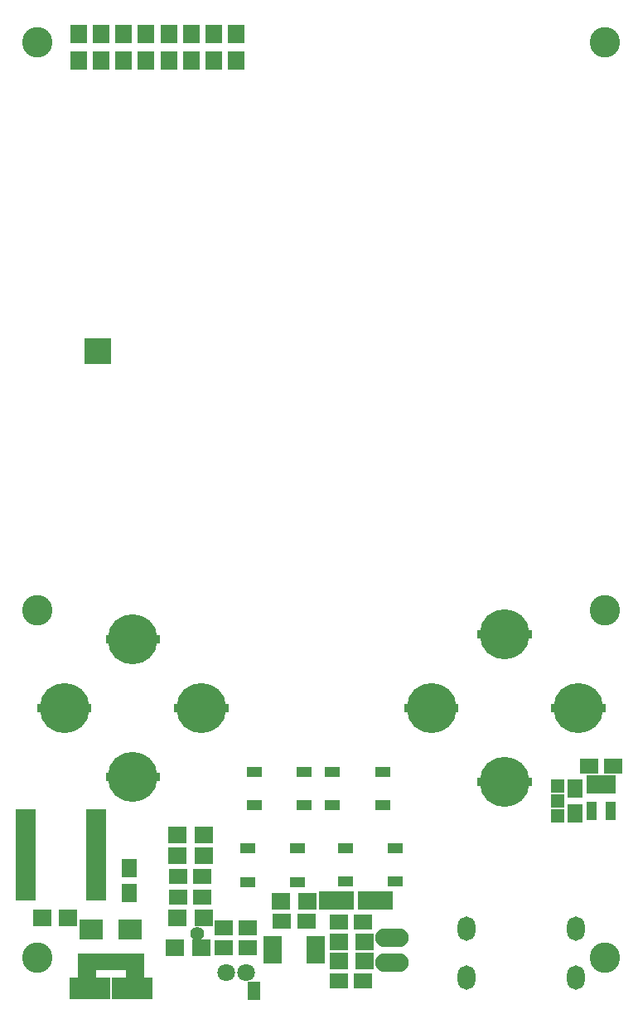
<source format=gbr>
G04 #@! TF.FileFunction,Soldermask,Top*
%FSLAX46Y46*%
G04 Gerber Fmt 4.6, Leading zero omitted, Abs format (unit mm)*
G04 Created by KiCad (PCBNEW 4.0.5) date 03/19/17 00:11:40*
%MOMM*%
%LPD*%
G01*
G04 APERTURE LIST*
%ADD10C,0.100000*%
%ADD11C,3.100000*%
%ADD12C,1.800000*%
%ADD13O,1.800000X2.500000*%
%ADD14C,1.400000*%
%ADD15R,1.900000X1.650000*%
%ADD16R,1.850000X0.850000*%
%ADD17R,1.575000X1.575000*%
%ADD18R,1.600000X1.100000*%
%ADD19R,1.573480X2.297380*%
%ADD20R,2.774900X2.297380*%
%ADD21R,1.873200X2.500580*%
%ADD22R,0.849580X1.779220*%
%ADD23O,3.414980X1.906220*%
%ADD24R,1.900000X1.700000*%
%ADD25R,1.700000X1.900000*%
%ADD26R,3.600000X1.900000*%
%ADD27R,1.650000X1.900000*%
%ADD28R,2.150000X0.850000*%
%ADD29R,2.400000X2.000000*%
%ADD30R,0.450000X2.200000*%
%ADD31R,3.900000X0.650000*%
%ADD32C,5.100000*%
%ADD33R,2.520000X0.270000*%
%ADD34R,3.500000X0.450000*%
%ADD35R,2.800000X0.450000*%
%ADD36R,0.900000X0.900000*%
%ADD37R,0.270000X0.270000*%
%ADD38R,0.650000X0.650000*%
%ADD39R,0.520000X0.270000*%
%ADD40R,1.150000X0.650000*%
%ADD41R,0.900000X0.650000*%
%ADD42R,0.170000X0.520000*%
%ADD43R,0.270000X0.520000*%
%ADD44R,0.220000X0.220000*%
%ADD45R,0.420000X0.250000*%
%ADD46R,0.420000X0.420000*%
%ADD47R,1.200000X0.630000*%
%ADD48R,1.400000X0.630000*%
%ADD49R,0.650000X0.800000*%
%ADD50R,0.270000X0.420000*%
%ADD51R,0.800000X0.650000*%
%ADD52C,0.220000*%
%ADD53C,0.600000*%
%ADD54R,1.050000X1.960000*%
%ADD55R,1.400000X1.400000*%
%ADD56R,0.800000X1.000000*%
G04 APERTURE END LIST*
D10*
D11*
X131500000Y-157750000D03*
D12*
X92785000Y-159260000D03*
X94785000Y-159260000D03*
D13*
X117285000Y-154760000D03*
X117285000Y-159760000D03*
X128535000Y-159760000D03*
X128535000Y-154760000D03*
D14*
X89785000Y-155260000D03*
D15*
X87849155Y-151548315D03*
X90349155Y-151548315D03*
D16*
X97499155Y-155948315D03*
X97499155Y-156598315D03*
X97499155Y-157248315D03*
X97499155Y-157898315D03*
X101899155Y-157898315D03*
X101899155Y-157248315D03*
X101899155Y-156598315D03*
X101899155Y-155948315D03*
D17*
X79095899Y-96394657D03*
X79095899Y-95219657D03*
X80270899Y-96394657D03*
X80270899Y-95219657D03*
D11*
X73500000Y-122250000D03*
D18*
X94950000Y-146600000D03*
X94950000Y-150000000D03*
X100050000Y-146600000D03*
X100050000Y-150000000D03*
D15*
X94976000Y-154686000D03*
X92476000Y-154686000D03*
D19*
X80160955Y-160848315D03*
X81837355Y-160848315D03*
D20*
X83912535Y-160848315D03*
X78085775Y-160848315D03*
D21*
X83460415Y-158549615D03*
X78537895Y-158549615D03*
D22*
X79698675Y-158188935D03*
X80348915Y-158188935D03*
X80999155Y-158188935D03*
X81649395Y-158188935D03*
X82299635Y-158188935D03*
D18*
X104950000Y-146550000D03*
X104950000Y-149950000D03*
X110050000Y-146550000D03*
X110050000Y-149950000D03*
D23*
X109728000Y-155702000D03*
X109728000Y-158242000D03*
D24*
X104250000Y-158100000D03*
X106950000Y-158100000D03*
X90449155Y-145248315D03*
X87749155Y-145248315D03*
D15*
X90349155Y-149448315D03*
X87849155Y-149448315D03*
X94976000Y-156718000D03*
X92476000Y-156718000D03*
X100950000Y-154000000D03*
X98450000Y-154000000D03*
D25*
X84599155Y-66120000D03*
X84599155Y-63420000D03*
D24*
X98350000Y-152000000D03*
X101050000Y-152000000D03*
D25*
X79999155Y-63398315D03*
X79999155Y-66098315D03*
D24*
X104250000Y-156100000D03*
X106950000Y-156100000D03*
X87749155Y-147348315D03*
X90449155Y-147348315D03*
X87549155Y-156748315D03*
X90249155Y-156748315D03*
X90449155Y-153648315D03*
X87749155Y-153648315D03*
D18*
X95650000Y-138800000D03*
X95650000Y-142200000D03*
X100750000Y-138800000D03*
X100750000Y-142200000D03*
X103650000Y-138800000D03*
X103650000Y-142200000D03*
X108750000Y-138800000D03*
X108750000Y-142200000D03*
D26*
X104000000Y-151900000D03*
X108000000Y-151900000D03*
D15*
X104250000Y-154100000D03*
X106750000Y-154100000D03*
X104250000Y-160100000D03*
X106750000Y-160100000D03*
D27*
X82885000Y-148610000D03*
X82885000Y-151110000D03*
D28*
X72285000Y-143035000D03*
X72285000Y-143685000D03*
X72285000Y-144335000D03*
X72285000Y-144985000D03*
X72285000Y-145635000D03*
X72285000Y-146285000D03*
X72285000Y-146935000D03*
X72285000Y-147585000D03*
X72285000Y-148235000D03*
X72285000Y-148885000D03*
X72285000Y-149535000D03*
X72285000Y-150185000D03*
X72285000Y-150835000D03*
X72285000Y-151485000D03*
X79485000Y-151485000D03*
X79485000Y-150835000D03*
X79485000Y-150185000D03*
X79485000Y-149535000D03*
X79485000Y-148885000D03*
X79485000Y-148235000D03*
X79485000Y-147585000D03*
X79485000Y-146935000D03*
X79485000Y-146285000D03*
X79485000Y-145635000D03*
X79485000Y-144985000D03*
X79485000Y-144335000D03*
X79485000Y-143685000D03*
X79485000Y-143035000D03*
D29*
X78985000Y-154860000D03*
X82985000Y-154860000D03*
D24*
X76635000Y-153710000D03*
X73935000Y-153710000D03*
D25*
X82296000Y-66120000D03*
X82296000Y-63420000D03*
D11*
X131500000Y-122250000D03*
X131500000Y-64250000D03*
X73500000Y-64250000D03*
X73500000Y-157750000D03*
D30*
X74235000Y-132260000D03*
X78235000Y-132260000D03*
D31*
X76435000Y-132260000D03*
D32*
X76235000Y-132260000D03*
D31*
X76108000Y-131760000D03*
D33*
X76175000Y-134260000D03*
D34*
X76489000Y-133260000D03*
D31*
X76108000Y-132760000D03*
D33*
X76175000Y-130260000D03*
D35*
X75925000Y-133760000D03*
D34*
X76489000Y-131260000D03*
D35*
X75925000Y-130760000D03*
D10*
G36*
X77214314Y-130297988D02*
X77421146Y-130124436D01*
X78375686Y-131262012D01*
X78168854Y-131435564D01*
X77214314Y-130297988D01*
X77214314Y-130297988D01*
G37*
G36*
X74310966Y-131562649D02*
X73966246Y-131273395D01*
X74609034Y-130507351D01*
X74953754Y-130796605D01*
X74310966Y-131562649D01*
X74310966Y-131562649D01*
G37*
G36*
X73966246Y-133246605D02*
X74310966Y-132957351D01*
X74953754Y-133723395D01*
X74609034Y-134012649D01*
X73966246Y-133246605D01*
X73966246Y-133246605D01*
G37*
G36*
X77421146Y-134395564D02*
X77214314Y-134222012D01*
X78168854Y-133084436D01*
X78375686Y-133257988D01*
X77421146Y-134395564D01*
X77421146Y-134395564D01*
G37*
D36*
X73885000Y-132260000D03*
X78585000Y-132260000D03*
D37*
X77295000Y-130260000D03*
D38*
X78065000Y-131260000D03*
D39*
X78005000Y-133260000D03*
D37*
X77295000Y-134260000D03*
D38*
X74745000Y-130760000D03*
D40*
X74485000Y-131760000D03*
D38*
X74755000Y-133760000D03*
D41*
X74395000Y-132760000D03*
D42*
X74265000Y-131420000D03*
D10*
G36*
X74130028Y-131263558D02*
X74271442Y-131095028D01*
X74439972Y-131236442D01*
X74298558Y-131404972D01*
X74130028Y-131263558D01*
X74130028Y-131263558D01*
G37*
D43*
X74235000Y-131600000D03*
D40*
X74955000Y-131760000D03*
X75455000Y-131760000D03*
X78375000Y-132260000D03*
D10*
G36*
X77887861Y-133806483D02*
X77719332Y-133665069D01*
X78182139Y-133113517D01*
X78350668Y-133254931D01*
X77887861Y-133806483D01*
X77887861Y-133806483D01*
G37*
D44*
X78125000Y-133300000D03*
X78225000Y-131330000D03*
D45*
X74345000Y-131750000D03*
D46*
X74075000Y-132270000D03*
D37*
X77165000Y-134260000D03*
X77065000Y-134260000D03*
D38*
X76925000Y-134260000D03*
X76785000Y-134260000D03*
X76605000Y-134260000D03*
D47*
X77985000Y-132260000D03*
D48*
X77495000Y-132260000D03*
D49*
X74235000Y-132760000D03*
D50*
X74235000Y-133060000D03*
D10*
G36*
X74634230Y-133901218D02*
X74364259Y-133579479D01*
X74555770Y-133418782D01*
X74825741Y-133740521D01*
X74634230Y-133901218D01*
X74634230Y-133901218D01*
G37*
D50*
X78235000Y-133060000D03*
D49*
X78235000Y-132780000D03*
X78235000Y-132510000D03*
D51*
X77745000Y-133260000D03*
D10*
G36*
X74096398Y-133237781D02*
X74287910Y-133077084D01*
X74493602Y-133322219D01*
X74302090Y-133482916D01*
X74096398Y-133237781D01*
X74096398Y-133237781D01*
G37*
D52*
X74245000Y-133200000D03*
D53*
X78215000Y-133190000D03*
D30*
X111735000Y-132260000D03*
X115735000Y-132260000D03*
D31*
X113935000Y-132260000D03*
D32*
X113735000Y-132260000D03*
D31*
X113608000Y-131760000D03*
D33*
X113675000Y-134260000D03*
D34*
X113989000Y-133260000D03*
D31*
X113608000Y-132760000D03*
D33*
X113675000Y-130260000D03*
D35*
X113425000Y-133760000D03*
D34*
X113989000Y-131260000D03*
D35*
X113425000Y-130760000D03*
D10*
G36*
X114714314Y-130297988D02*
X114921146Y-130124436D01*
X115875686Y-131262012D01*
X115668854Y-131435564D01*
X114714314Y-130297988D01*
X114714314Y-130297988D01*
G37*
G36*
X111810966Y-131562649D02*
X111466246Y-131273395D01*
X112109034Y-130507351D01*
X112453754Y-130796605D01*
X111810966Y-131562649D01*
X111810966Y-131562649D01*
G37*
G36*
X111466246Y-133246605D02*
X111810966Y-132957351D01*
X112453754Y-133723395D01*
X112109034Y-134012649D01*
X111466246Y-133246605D01*
X111466246Y-133246605D01*
G37*
G36*
X114921146Y-134395564D02*
X114714314Y-134222012D01*
X115668854Y-133084436D01*
X115875686Y-133257988D01*
X114921146Y-134395564D01*
X114921146Y-134395564D01*
G37*
D36*
X111385000Y-132260000D03*
X116085000Y-132260000D03*
D37*
X114795000Y-130260000D03*
D38*
X115565000Y-131260000D03*
D39*
X115505000Y-133260000D03*
D37*
X114795000Y-134260000D03*
D38*
X112245000Y-130760000D03*
D40*
X111985000Y-131760000D03*
D38*
X112255000Y-133760000D03*
D41*
X111895000Y-132760000D03*
D42*
X111765000Y-131420000D03*
D10*
G36*
X111630028Y-131263558D02*
X111771442Y-131095028D01*
X111939972Y-131236442D01*
X111798558Y-131404972D01*
X111630028Y-131263558D01*
X111630028Y-131263558D01*
G37*
D43*
X111735000Y-131600000D03*
D40*
X112455000Y-131760000D03*
X112955000Y-131760000D03*
X115875000Y-132260000D03*
D10*
G36*
X115387861Y-133806483D02*
X115219332Y-133665069D01*
X115682139Y-133113517D01*
X115850668Y-133254931D01*
X115387861Y-133806483D01*
X115387861Y-133806483D01*
G37*
D44*
X115625000Y-133300000D03*
X115725000Y-131330000D03*
D45*
X111845000Y-131750000D03*
D46*
X111575000Y-132270000D03*
D37*
X114665000Y-134260000D03*
X114565000Y-134260000D03*
D38*
X114425000Y-134260000D03*
X114285000Y-134260000D03*
X114105000Y-134260000D03*
D47*
X115485000Y-132260000D03*
D48*
X114995000Y-132260000D03*
D49*
X111735000Y-132760000D03*
D50*
X111735000Y-133060000D03*
D10*
G36*
X112134230Y-133901218D02*
X111864259Y-133579479D01*
X112055770Y-133418782D01*
X112325741Y-133740521D01*
X112134230Y-133901218D01*
X112134230Y-133901218D01*
G37*
D50*
X115735000Y-133060000D03*
D49*
X115735000Y-132780000D03*
X115735000Y-132510000D03*
D51*
X115245000Y-133260000D03*
D10*
G36*
X111596398Y-133237781D02*
X111787910Y-133077084D01*
X111993602Y-133322219D01*
X111802090Y-133482916D01*
X111596398Y-133237781D01*
X111596398Y-133237781D01*
G37*
D52*
X111745000Y-133200000D03*
D53*
X115715000Y-133190000D03*
D30*
X88235000Y-132260000D03*
X92235000Y-132260000D03*
D31*
X90435000Y-132260000D03*
D32*
X90235000Y-132260000D03*
D31*
X90108000Y-131760000D03*
D33*
X90175000Y-134260000D03*
D34*
X90489000Y-133260000D03*
D31*
X90108000Y-132760000D03*
D33*
X90175000Y-130260000D03*
D35*
X89925000Y-133760000D03*
D34*
X90489000Y-131260000D03*
D35*
X89925000Y-130760000D03*
D10*
G36*
X91214314Y-130297988D02*
X91421146Y-130124436D01*
X92375686Y-131262012D01*
X92168854Y-131435564D01*
X91214314Y-130297988D01*
X91214314Y-130297988D01*
G37*
G36*
X88310966Y-131562649D02*
X87966246Y-131273395D01*
X88609034Y-130507351D01*
X88953754Y-130796605D01*
X88310966Y-131562649D01*
X88310966Y-131562649D01*
G37*
G36*
X87966246Y-133246605D02*
X88310966Y-132957351D01*
X88953754Y-133723395D01*
X88609034Y-134012649D01*
X87966246Y-133246605D01*
X87966246Y-133246605D01*
G37*
G36*
X91421146Y-134395564D02*
X91214314Y-134222012D01*
X92168854Y-133084436D01*
X92375686Y-133257988D01*
X91421146Y-134395564D01*
X91421146Y-134395564D01*
G37*
D36*
X87885000Y-132260000D03*
X92585000Y-132260000D03*
D37*
X91295000Y-130260000D03*
D38*
X92065000Y-131260000D03*
D39*
X92005000Y-133260000D03*
D37*
X91295000Y-134260000D03*
D38*
X88745000Y-130760000D03*
D40*
X88485000Y-131760000D03*
D38*
X88755000Y-133760000D03*
D41*
X88395000Y-132760000D03*
D42*
X88265000Y-131420000D03*
D10*
G36*
X88130028Y-131263558D02*
X88271442Y-131095028D01*
X88439972Y-131236442D01*
X88298558Y-131404972D01*
X88130028Y-131263558D01*
X88130028Y-131263558D01*
G37*
D43*
X88235000Y-131600000D03*
D40*
X88955000Y-131760000D03*
X89455000Y-131760000D03*
X92375000Y-132260000D03*
D10*
G36*
X91887861Y-133806483D02*
X91719332Y-133665069D01*
X92182139Y-133113517D01*
X92350668Y-133254931D01*
X91887861Y-133806483D01*
X91887861Y-133806483D01*
G37*
D44*
X92125000Y-133300000D03*
X92225000Y-131330000D03*
D45*
X88345000Y-131750000D03*
D46*
X88075000Y-132270000D03*
D37*
X91165000Y-134260000D03*
X91065000Y-134260000D03*
D38*
X90925000Y-134260000D03*
X90785000Y-134260000D03*
X90605000Y-134260000D03*
D47*
X91985000Y-132260000D03*
D48*
X91495000Y-132260000D03*
D49*
X88235000Y-132760000D03*
D50*
X88235000Y-133060000D03*
D10*
G36*
X88634230Y-133901218D02*
X88364259Y-133579479D01*
X88555770Y-133418782D01*
X88825741Y-133740521D01*
X88634230Y-133901218D01*
X88634230Y-133901218D01*
G37*
D50*
X92235000Y-133060000D03*
D49*
X92235000Y-132780000D03*
X92235000Y-132510000D03*
D51*
X91745000Y-133260000D03*
D10*
G36*
X88096398Y-133237781D02*
X88287910Y-133077084D01*
X88493602Y-133322219D01*
X88302090Y-133482916D01*
X88096398Y-133237781D01*
X88096398Y-133237781D01*
G37*
D52*
X88245000Y-133200000D03*
D53*
X92215000Y-133190000D03*
D30*
X81235000Y-139260000D03*
X85235000Y-139260000D03*
D31*
X83435000Y-139260000D03*
D32*
X83235000Y-139260000D03*
D31*
X83108000Y-138760000D03*
D33*
X83175000Y-141260000D03*
D34*
X83489000Y-140260000D03*
D31*
X83108000Y-139760000D03*
D33*
X83175000Y-137260000D03*
D35*
X82925000Y-140760000D03*
D34*
X83489000Y-138260000D03*
D35*
X82925000Y-137760000D03*
D10*
G36*
X84214314Y-137297988D02*
X84421146Y-137124436D01*
X85375686Y-138262012D01*
X85168854Y-138435564D01*
X84214314Y-137297988D01*
X84214314Y-137297988D01*
G37*
G36*
X81310966Y-138562649D02*
X80966246Y-138273395D01*
X81609034Y-137507351D01*
X81953754Y-137796605D01*
X81310966Y-138562649D01*
X81310966Y-138562649D01*
G37*
G36*
X80966246Y-140246605D02*
X81310966Y-139957351D01*
X81953754Y-140723395D01*
X81609034Y-141012649D01*
X80966246Y-140246605D01*
X80966246Y-140246605D01*
G37*
G36*
X84421146Y-141395564D02*
X84214314Y-141222012D01*
X85168854Y-140084436D01*
X85375686Y-140257988D01*
X84421146Y-141395564D01*
X84421146Y-141395564D01*
G37*
D36*
X80885000Y-139260000D03*
X85585000Y-139260000D03*
D37*
X84295000Y-137260000D03*
D38*
X85065000Y-138260000D03*
D39*
X85005000Y-140260000D03*
D37*
X84295000Y-141260000D03*
D38*
X81745000Y-137760000D03*
D40*
X81485000Y-138760000D03*
D38*
X81755000Y-140760000D03*
D41*
X81395000Y-139760000D03*
D42*
X81265000Y-138420000D03*
D10*
G36*
X81130028Y-138263558D02*
X81271442Y-138095028D01*
X81439972Y-138236442D01*
X81298558Y-138404972D01*
X81130028Y-138263558D01*
X81130028Y-138263558D01*
G37*
D43*
X81235000Y-138600000D03*
D40*
X81955000Y-138760000D03*
X82455000Y-138760000D03*
X85375000Y-139260000D03*
D10*
G36*
X84887861Y-140806483D02*
X84719332Y-140665069D01*
X85182139Y-140113517D01*
X85350668Y-140254931D01*
X84887861Y-140806483D01*
X84887861Y-140806483D01*
G37*
D44*
X85125000Y-140300000D03*
X85225000Y-138330000D03*
D45*
X81345000Y-138750000D03*
D46*
X81075000Y-139270000D03*
D37*
X84165000Y-141260000D03*
X84065000Y-141260000D03*
D38*
X83925000Y-141260000D03*
X83785000Y-141260000D03*
X83605000Y-141260000D03*
D47*
X84985000Y-139260000D03*
D48*
X84495000Y-139260000D03*
D49*
X81235000Y-139760000D03*
D50*
X81235000Y-140060000D03*
D10*
G36*
X81634230Y-140901218D02*
X81364259Y-140579479D01*
X81555770Y-140418782D01*
X81825741Y-140740521D01*
X81634230Y-140901218D01*
X81634230Y-140901218D01*
G37*
D50*
X85235000Y-140060000D03*
D49*
X85235000Y-139780000D03*
X85235000Y-139510000D03*
D51*
X84745000Y-140260000D03*
D10*
G36*
X81096398Y-140237781D02*
X81287910Y-140077084D01*
X81493602Y-140322219D01*
X81302090Y-140482916D01*
X81096398Y-140237781D01*
X81096398Y-140237781D01*
G37*
D52*
X81245000Y-140200000D03*
D53*
X85215000Y-140190000D03*
D30*
X119235000Y-139760000D03*
X123235000Y-139760000D03*
D31*
X121435000Y-139760000D03*
D32*
X121235000Y-139760000D03*
D31*
X121108000Y-139260000D03*
D33*
X121175000Y-141760000D03*
D34*
X121489000Y-140760000D03*
D31*
X121108000Y-140260000D03*
D33*
X121175000Y-137760000D03*
D35*
X120925000Y-141260000D03*
D34*
X121489000Y-138760000D03*
D35*
X120925000Y-138260000D03*
D10*
G36*
X122214314Y-137797988D02*
X122421146Y-137624436D01*
X123375686Y-138762012D01*
X123168854Y-138935564D01*
X122214314Y-137797988D01*
X122214314Y-137797988D01*
G37*
G36*
X119310966Y-139062649D02*
X118966246Y-138773395D01*
X119609034Y-138007351D01*
X119953754Y-138296605D01*
X119310966Y-139062649D01*
X119310966Y-139062649D01*
G37*
G36*
X118966246Y-140746605D02*
X119310966Y-140457351D01*
X119953754Y-141223395D01*
X119609034Y-141512649D01*
X118966246Y-140746605D01*
X118966246Y-140746605D01*
G37*
G36*
X122421146Y-141895564D02*
X122214314Y-141722012D01*
X123168854Y-140584436D01*
X123375686Y-140757988D01*
X122421146Y-141895564D01*
X122421146Y-141895564D01*
G37*
D36*
X118885000Y-139760000D03*
X123585000Y-139760000D03*
D37*
X122295000Y-137760000D03*
D38*
X123065000Y-138760000D03*
D39*
X123005000Y-140760000D03*
D37*
X122295000Y-141760000D03*
D38*
X119745000Y-138260000D03*
D40*
X119485000Y-139260000D03*
D38*
X119755000Y-141260000D03*
D41*
X119395000Y-140260000D03*
D42*
X119265000Y-138920000D03*
D10*
G36*
X119130028Y-138763558D02*
X119271442Y-138595028D01*
X119439972Y-138736442D01*
X119298558Y-138904972D01*
X119130028Y-138763558D01*
X119130028Y-138763558D01*
G37*
D43*
X119235000Y-139100000D03*
D40*
X119955000Y-139260000D03*
X120455000Y-139260000D03*
X123375000Y-139760000D03*
D10*
G36*
X122887861Y-141306483D02*
X122719332Y-141165069D01*
X123182139Y-140613517D01*
X123350668Y-140754931D01*
X122887861Y-141306483D01*
X122887861Y-141306483D01*
G37*
D44*
X123125000Y-140800000D03*
X123225000Y-138830000D03*
D45*
X119345000Y-139250000D03*
D46*
X119075000Y-139770000D03*
D37*
X122165000Y-141760000D03*
X122065000Y-141760000D03*
D38*
X121925000Y-141760000D03*
X121785000Y-141760000D03*
X121605000Y-141760000D03*
D47*
X122985000Y-139760000D03*
D48*
X122495000Y-139760000D03*
D49*
X119235000Y-140260000D03*
D50*
X119235000Y-140560000D03*
D10*
G36*
X119634230Y-141401218D02*
X119364259Y-141079479D01*
X119555770Y-140918782D01*
X119825741Y-141240521D01*
X119634230Y-141401218D01*
X119634230Y-141401218D01*
G37*
D50*
X123235000Y-140560000D03*
D49*
X123235000Y-140280000D03*
X123235000Y-140010000D03*
D51*
X122745000Y-140760000D03*
D10*
G36*
X119096398Y-140737781D02*
X119287910Y-140577084D01*
X119493602Y-140822219D01*
X119302090Y-140982916D01*
X119096398Y-140737781D01*
X119096398Y-140737781D01*
G37*
D52*
X119245000Y-140700000D03*
D53*
X123215000Y-140690000D03*
D30*
X81235000Y-125260000D03*
X85235000Y-125260000D03*
D31*
X83435000Y-125260000D03*
D32*
X83235000Y-125260000D03*
D31*
X83108000Y-124760000D03*
D33*
X83175000Y-127260000D03*
D34*
X83489000Y-126260000D03*
D31*
X83108000Y-125760000D03*
D33*
X83175000Y-123260000D03*
D35*
X82925000Y-126760000D03*
D34*
X83489000Y-124260000D03*
D35*
X82925000Y-123760000D03*
D10*
G36*
X84214314Y-123297988D02*
X84421146Y-123124436D01*
X85375686Y-124262012D01*
X85168854Y-124435564D01*
X84214314Y-123297988D01*
X84214314Y-123297988D01*
G37*
G36*
X81310966Y-124562649D02*
X80966246Y-124273395D01*
X81609034Y-123507351D01*
X81953754Y-123796605D01*
X81310966Y-124562649D01*
X81310966Y-124562649D01*
G37*
G36*
X80966246Y-126246605D02*
X81310966Y-125957351D01*
X81953754Y-126723395D01*
X81609034Y-127012649D01*
X80966246Y-126246605D01*
X80966246Y-126246605D01*
G37*
G36*
X84421146Y-127395564D02*
X84214314Y-127222012D01*
X85168854Y-126084436D01*
X85375686Y-126257988D01*
X84421146Y-127395564D01*
X84421146Y-127395564D01*
G37*
D36*
X80885000Y-125260000D03*
X85585000Y-125260000D03*
D37*
X84295000Y-123260000D03*
D38*
X85065000Y-124260000D03*
D39*
X85005000Y-126260000D03*
D37*
X84295000Y-127260000D03*
D38*
X81745000Y-123760000D03*
D40*
X81485000Y-124760000D03*
D38*
X81755000Y-126760000D03*
D41*
X81395000Y-125760000D03*
D42*
X81265000Y-124420000D03*
D10*
G36*
X81130028Y-124263558D02*
X81271442Y-124095028D01*
X81439972Y-124236442D01*
X81298558Y-124404972D01*
X81130028Y-124263558D01*
X81130028Y-124263558D01*
G37*
D43*
X81235000Y-124600000D03*
D40*
X81955000Y-124760000D03*
X82455000Y-124760000D03*
X85375000Y-125260000D03*
D10*
G36*
X84887861Y-126806483D02*
X84719332Y-126665069D01*
X85182139Y-126113517D01*
X85350668Y-126254931D01*
X84887861Y-126806483D01*
X84887861Y-126806483D01*
G37*
D44*
X85125000Y-126300000D03*
X85225000Y-124330000D03*
D45*
X81345000Y-124750000D03*
D46*
X81075000Y-125270000D03*
D37*
X84165000Y-127260000D03*
X84065000Y-127260000D03*
D38*
X83925000Y-127260000D03*
X83785000Y-127260000D03*
X83605000Y-127260000D03*
D47*
X84985000Y-125260000D03*
D48*
X84495000Y-125260000D03*
D49*
X81235000Y-125760000D03*
D50*
X81235000Y-126060000D03*
D10*
G36*
X81634230Y-126901218D02*
X81364259Y-126579479D01*
X81555770Y-126418782D01*
X81825741Y-126740521D01*
X81634230Y-126901218D01*
X81634230Y-126901218D01*
G37*
D50*
X85235000Y-126060000D03*
D49*
X85235000Y-125780000D03*
X85235000Y-125510000D03*
D51*
X84745000Y-126260000D03*
D10*
G36*
X81096398Y-126237781D02*
X81287910Y-126077084D01*
X81493602Y-126322219D01*
X81302090Y-126482916D01*
X81096398Y-126237781D01*
X81096398Y-126237781D01*
G37*
D52*
X81245000Y-126200000D03*
D53*
X85215000Y-126190000D03*
D30*
X126735000Y-132260000D03*
X130735000Y-132260000D03*
D31*
X128935000Y-132260000D03*
D32*
X128735000Y-132260000D03*
D31*
X128608000Y-131760000D03*
D33*
X128675000Y-134260000D03*
D34*
X128989000Y-133260000D03*
D31*
X128608000Y-132760000D03*
D33*
X128675000Y-130260000D03*
D35*
X128425000Y-133760000D03*
D34*
X128989000Y-131260000D03*
D35*
X128425000Y-130760000D03*
D10*
G36*
X129714314Y-130297988D02*
X129921146Y-130124436D01*
X130875686Y-131262012D01*
X130668854Y-131435564D01*
X129714314Y-130297988D01*
X129714314Y-130297988D01*
G37*
G36*
X126810966Y-131562649D02*
X126466246Y-131273395D01*
X127109034Y-130507351D01*
X127453754Y-130796605D01*
X126810966Y-131562649D01*
X126810966Y-131562649D01*
G37*
G36*
X126466246Y-133246605D02*
X126810966Y-132957351D01*
X127453754Y-133723395D01*
X127109034Y-134012649D01*
X126466246Y-133246605D01*
X126466246Y-133246605D01*
G37*
G36*
X129921146Y-134395564D02*
X129714314Y-134222012D01*
X130668854Y-133084436D01*
X130875686Y-133257988D01*
X129921146Y-134395564D01*
X129921146Y-134395564D01*
G37*
D36*
X126385000Y-132260000D03*
X131085000Y-132260000D03*
D37*
X129795000Y-130260000D03*
D38*
X130565000Y-131260000D03*
D39*
X130505000Y-133260000D03*
D37*
X129795000Y-134260000D03*
D38*
X127245000Y-130760000D03*
D40*
X126985000Y-131760000D03*
D38*
X127255000Y-133760000D03*
D41*
X126895000Y-132760000D03*
D42*
X126765000Y-131420000D03*
D10*
G36*
X126630028Y-131263558D02*
X126771442Y-131095028D01*
X126939972Y-131236442D01*
X126798558Y-131404972D01*
X126630028Y-131263558D01*
X126630028Y-131263558D01*
G37*
D43*
X126735000Y-131600000D03*
D40*
X127455000Y-131760000D03*
X127955000Y-131760000D03*
X130875000Y-132260000D03*
D10*
G36*
X130387861Y-133806483D02*
X130219332Y-133665069D01*
X130682139Y-133113517D01*
X130850668Y-133254931D01*
X130387861Y-133806483D01*
X130387861Y-133806483D01*
G37*
D44*
X130625000Y-133300000D03*
X130725000Y-131330000D03*
D45*
X126845000Y-131750000D03*
D46*
X126575000Y-132270000D03*
D37*
X129665000Y-134260000D03*
X129565000Y-134260000D03*
D38*
X129425000Y-134260000D03*
X129285000Y-134260000D03*
X129105000Y-134260000D03*
D47*
X130485000Y-132260000D03*
D48*
X129995000Y-132260000D03*
D49*
X126735000Y-132760000D03*
D50*
X126735000Y-133060000D03*
D10*
G36*
X127134230Y-133901218D02*
X126864259Y-133579479D01*
X127055770Y-133418782D01*
X127325741Y-133740521D01*
X127134230Y-133901218D01*
X127134230Y-133901218D01*
G37*
D50*
X130735000Y-133060000D03*
D49*
X130735000Y-132780000D03*
X130735000Y-132510000D03*
D51*
X130245000Y-133260000D03*
D10*
G36*
X126596398Y-133237781D02*
X126787910Y-133077084D01*
X126993602Y-133322219D01*
X126802090Y-133482916D01*
X126596398Y-133237781D01*
X126596398Y-133237781D01*
G37*
D52*
X126745000Y-133200000D03*
D53*
X130715000Y-133190000D03*
D30*
X119235000Y-124760000D03*
X123235000Y-124760000D03*
D31*
X121435000Y-124760000D03*
D32*
X121235000Y-124760000D03*
D31*
X121108000Y-124260000D03*
D33*
X121175000Y-126760000D03*
D34*
X121489000Y-125760000D03*
D31*
X121108000Y-125260000D03*
D33*
X121175000Y-122760000D03*
D35*
X120925000Y-126260000D03*
D34*
X121489000Y-123760000D03*
D35*
X120925000Y-123260000D03*
D10*
G36*
X122214314Y-122797988D02*
X122421146Y-122624436D01*
X123375686Y-123762012D01*
X123168854Y-123935564D01*
X122214314Y-122797988D01*
X122214314Y-122797988D01*
G37*
G36*
X119310966Y-124062649D02*
X118966246Y-123773395D01*
X119609034Y-123007351D01*
X119953754Y-123296605D01*
X119310966Y-124062649D01*
X119310966Y-124062649D01*
G37*
G36*
X118966246Y-125746605D02*
X119310966Y-125457351D01*
X119953754Y-126223395D01*
X119609034Y-126512649D01*
X118966246Y-125746605D01*
X118966246Y-125746605D01*
G37*
G36*
X122421146Y-126895564D02*
X122214314Y-126722012D01*
X123168854Y-125584436D01*
X123375686Y-125757988D01*
X122421146Y-126895564D01*
X122421146Y-126895564D01*
G37*
D36*
X118885000Y-124760000D03*
X123585000Y-124760000D03*
D37*
X122295000Y-122760000D03*
D38*
X123065000Y-123760000D03*
D39*
X123005000Y-125760000D03*
D37*
X122295000Y-126760000D03*
D38*
X119745000Y-123260000D03*
D40*
X119485000Y-124260000D03*
D38*
X119755000Y-126260000D03*
D41*
X119395000Y-125260000D03*
D42*
X119265000Y-123920000D03*
D10*
G36*
X119130028Y-123763558D02*
X119271442Y-123595028D01*
X119439972Y-123736442D01*
X119298558Y-123904972D01*
X119130028Y-123763558D01*
X119130028Y-123763558D01*
G37*
D43*
X119235000Y-124100000D03*
D40*
X119955000Y-124260000D03*
X120455000Y-124260000D03*
X123375000Y-124760000D03*
D10*
G36*
X122887861Y-126306483D02*
X122719332Y-126165069D01*
X123182139Y-125613517D01*
X123350668Y-125754931D01*
X122887861Y-126306483D01*
X122887861Y-126306483D01*
G37*
D44*
X123125000Y-125800000D03*
X123225000Y-123830000D03*
D45*
X119345000Y-124250000D03*
D46*
X119075000Y-124770000D03*
D37*
X122165000Y-126760000D03*
X122065000Y-126760000D03*
D38*
X121925000Y-126760000D03*
X121785000Y-126760000D03*
X121605000Y-126760000D03*
D47*
X122985000Y-124760000D03*
D48*
X122495000Y-124760000D03*
D49*
X119235000Y-125260000D03*
D50*
X119235000Y-125560000D03*
D10*
G36*
X119634230Y-126401218D02*
X119364259Y-126079479D01*
X119555770Y-125918782D01*
X119825741Y-126240521D01*
X119634230Y-126401218D01*
X119634230Y-126401218D01*
G37*
D50*
X123235000Y-125560000D03*
D49*
X123235000Y-125280000D03*
X123235000Y-125010000D03*
D51*
X122745000Y-125760000D03*
D10*
G36*
X119096398Y-125737781D02*
X119287910Y-125577084D01*
X119493602Y-125822219D01*
X119302090Y-125982916D01*
X119096398Y-125737781D01*
X119096398Y-125737781D01*
G37*
D52*
X119245000Y-125700000D03*
D53*
X123215000Y-125690000D03*
D15*
X129849155Y-138148315D03*
X132349155Y-138148315D03*
D27*
X128399155Y-142998315D03*
X128399155Y-140498315D03*
D54*
X132049155Y-140048315D03*
X131099155Y-140048315D03*
X130149155Y-140048315D03*
X130149155Y-142748315D03*
X132049155Y-142748315D03*
D25*
X93799155Y-63398315D03*
X93799155Y-66098315D03*
X91499155Y-63398315D03*
X91499155Y-66098315D03*
X89199155Y-63398315D03*
X89199155Y-66098315D03*
X86899155Y-63420000D03*
X86899155Y-66120000D03*
X77724000Y-63398315D03*
X77724000Y-66098315D03*
D55*
X126599155Y-143248315D03*
X126599155Y-141748315D03*
X126599155Y-140248315D03*
D56*
X95299155Y-160723315D03*
X95899155Y-160723315D03*
X95899155Y-161525715D03*
X95299155Y-161525715D03*
M02*

</source>
